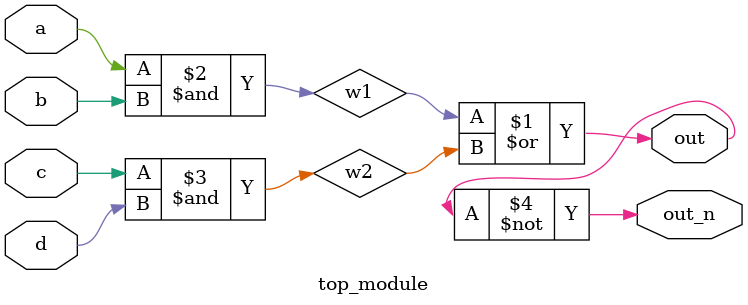
<source format=v>
`default_nettype none
module top_module(
    input a,
    input b,
    input c,
    input d,
    output out,
    output out_n   ); 
    
    wire w1, w2; // decalaring two wires
    
    // m = 1: using structural modeling
    not n0(out_n,out);
    or or0(out,w1,w2);
    
    and and0(w1,a,b);
    and and1(w2,c,d);
    
    // m = 2, can also done using DataFlow Modeling
    // More concise and easier to maintain for complex logic.
 /*
    assign w1 = a & b;
    assign w2 = c & d;
    assign out = w1 | w2;
    assign out_n = ~out;
 */
    
    // m = 3; can be written more consisely, without using any wires.
/*    
    assign out = (a & b) | (c & d);
    assign out_n = ~out;
*/
endmodule

</source>
